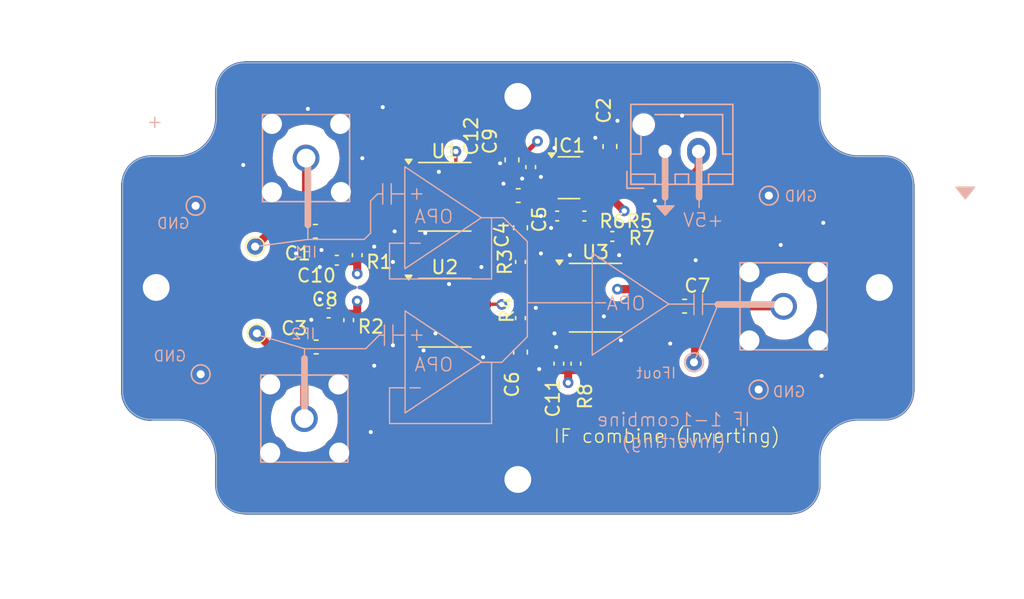
<source format=kicad_pcb>
(kicad_pcb (version 20240108) (generator "pcbnew") (generator_version "8.0")
  (layers (0 "F.Cu" signal) (1 "In1.Cu" signal) (2 "In2.Cu" signal) (31 "B.Cu" signal) (34 "B.Paste" user) (35 "F.Paste" user) (36 "B.SilkS" user "B.Silkscreen") (37 "F.SilkS" user "F.Silkscreen") (38 "B.Mask" user) (39 "F.Mask" user) (44 "Edge.Cuts" user))
  (net 0 "")
  (net 1 "Net-(U1-in+)")
  (net 2 "Net-(J1-Pin_1)")
  (net 3 "GND")
  (net 4 "/Vdd")
  (net 5 "Net-(J2-Pin_1)")
  (net 6 "Net-(U2-in+)")
  (net 7 "Net-(U1-Out)")
  (net 8 "Net-(C4-Pad2)")
  (net 9 "Net-(IC1-1IN+)")
  (net 10 "Net-(C6-Pad2)")
  (net 11 "Net-(U2-Out)")
  (net 12 "Net-(U3-Out)")
  (net 13 "Net-(J4-Pin_1)")
  (net 14 "/Vcm_IF")
  (net 15 "Net-(U3-in-)")
  (net 16 "Net-(U3-in+)")
  (footprint "Package_TO_SOT_SMD:SOT-23-5" (layer "F.Cu") (at 141.541 101.661)
    (property "Reference" "IC1" (at 0 -2.4 0) (layer "F.SilkS"))
    (property "Value" "MIC7300")
    (pad "1" smd roundrect (at -1.1375 -0.95) (size 1.325 0.6) (layers "F.Cu" "F.Paste" "F.Mask") (net 14 "/Vcm_IF"))
    (pad "2" smd roundrect (at -1.1375 0) (size 1.325 0.6) (layers "F.Cu" "F.Paste" "F.Mask") (net 3 "GND"))
    (pad "3" smd roundrect (at -1.1375 0.95) (size 1.325 0.6) (layers "F.Cu" "F.Paste" "F.Mask") (net 9 "Net-(IC1-1IN+)"))
    (pad "4" smd roundrect (at 1.1375 0.95) (size 1.325 0.6) (layers "F.Cu" "F.Paste" "F.Mask") (net 14 "/Vcm_IF"))
    (pad "5" smd roundrect (at 1.1375 -0.95) (size 1.325 0.6) (layers "F.Cu" "F.Paste" "F.Mask") (net 4 "/Vdd"))
  )
  (footprint "Capacitor_SMD:C_0402_1005Metric" (layer "F.Cu") (at 142.692 104.521)
    (property "Reference" "R5" (at 4.12 0.381 0) (layer "F.SilkS"))
    (property "Value" "33k")
    (pad "1" smd roundrect (at -0.48 0) (size 0.56 0.62) (layers "F.Cu" "F.Paste" "F.Mask") (net 9 "Net-(IC1-1IN+)"))
    (pad "2" smd roundrect (at 0.48 0) (size 0.56 0.62) (layers "F.Cu" "F.Paste" "F.Mask") (net 4 "/Vdd"))
  )
  (footprint "Capacitor_SMD:C_0402_1005Metric" (layer "F.Cu") (at 124.206 107.823 180)
    (property "Reference" "C10" (at 1.524 -1.143 180) (layer "F.SilkS"))
    (property "Value" "0.1uf")
    (pad "1" smd roundrect (at -0.48 0 180) (size 0.56 0.62) (layers "F.Cu" "F.Paste" "F.Mask") (net 14 "/Vcm_IF"))
    (pad "2" smd roundrect (at 0.48 0 180) (size 0.56 0.62) (layers "F.Cu" "F.Paste" "F.Mask") (net 3 "GND"))
  )
  (footprint "Capacitor_SMD:C_0402_1005Metric" (layer "F.Cu") (at 140.787 115.542 90)
    (property "Reference" "C11" (at -2.568 -0.452 -90) (layer "F.SilkS"))
    (property "Value" "0.1uf")
    (pad "1" smd roundrect (at -0.48 0 90) (size 0.56 0.62) (layers "F.Cu" "F.Paste" "F.Mask") (net 14 "/Vcm_IF"))
    (pad "2" smd roundrect (at 0.48 0 90) (size 0.56 0.62) (layers "F.Cu" "F.Paste" "F.Mask") (net 3 "GND"))
  )
  (footprint "Capacitor_SMD:C_0402_1005Metric" (layer "F.Cu") (at 137.922 112.141 -90)
    (property "Reference" "R4" (at -0.607 1.016 90) (layer "F.SilkS"))
    (property "Value" "1k")
    (pad "1" smd roundrect (at -0.48 0 270) (size 0.56 0.62) (layers "F.Cu" "F.Paste" "F.Mask") (net 15 "Net-(U3-in-)"))
    (pad "2" smd roundrect (at 0.48 0 270) (size 0.56 0.62) (layers "F.Cu" "F.Paste" "F.Mask") (net 10 "Net-(C6-Pad2)"))
  )
  (footprint "MUSIC_Lab:Outline_4x2_cavity_20231207" (layer "F.Cu") (at 137.207476 110.388084)
    (property "Reference" "outline2" (hide yes))
    (property "Value" "~" (hide yes))
    (fp_poly (pts (arc (start -21.986244 14.202216) (mid -21.371192 15.687144) (end -19.886244 16.302216)) (arc (start 20.914387 16.302216) (mid 22.399324 15.68717) (end 23.014387 14.202216)) (arc (start 23.014387 12.203216) (mid 23.863729 10.152283) (end 25.914387 9.302216)) (arc (start 27.915387 9.302216) (mid 29.39997 8.68711) (end 30.014387 7.202216)) (arc (start 30.014388 -8.197784) (mid 29.399949 -9.682638) (end 27.915388 -10.297784)) (arc (start 25.914388 -10.297784) (mid 23.863708 -11.147812) (end 23.014388 -13.198784)) (arc (start 23.014388 -15.197784) (mid 22.399302 -16.682699) (end 20.914387 -17.297784)) (arc (start -19.886244 -17.297784) (mid -21.371158 -16.682689) (end -21.986244 -15.197784)) (arc (start -21.986244 -13.198784) (mid -22.835563 -11.147802) (end -24.886244 -10.297784)) (arc (start -26.887013 -10.297784) (mid -28.335685 -9.718699) (end -28.986013 -8.300565)) (arc (start -28.986013 7.234397) (mid -28.360419 8.698421) (end -26.887244 9.302216)) (arc (start -24.886244 9.302216) (mid -22.835598 10.152257) (end -21.986244 12.203216))) (stroke (width 0.05)) (fill none) (layer "Edge.Cuts"))
    (pad "1" thru_hole circle (at -26.486013 -0.533084) (size 3 3) (drill 2) (layers "*.Cu" "*.Mask") (net 3 "GND"))
    (pad "1" thru_hole custom (at 0.514071 -14.799784) (size 2 2) (drill 2) (layers "*.Cu" "*.Mask") (net 3 "GND") (options (clearance outline) (anchor circle)) (primitives (gr_poly (pts (arc (start -2.42233 0.628074) (mid -2.955984 -0.183508) (end -3.874976 -0.498)) (xy -5.121028 -2.497999) (xy 5.178972 -2.497999) (arc (start 3.872467 -0.498) (mid 2.953456 -0.183533) (end 2.419822 0.628074)) (arc (start 2.419822 0.628074) (mid -0.001254 2.504864) (end -2.42233 0.628074))) (width 0.1) (fill yes)) (gr_arc (start 2.420292 0.62625) (mid 2.954234 -0.184066) (end 3.872467 -0.498) (width 0.25)) (gr_arc (start 2.420292 0.62625) (mid 0 2.499991) (end -2.420292 0.62625) (width 0.25)) (gr_arc (start -3.872466 -0.498) (mid -2.954197 -0.184112) (end -2.420291 0.62625) (width 0.25)) (gr_rect (start -20.400315 -2.498) (end 20.400291 -0.397974) (width 0.2) (fill yes)) (gr_poly (pts (arc (start 29.500317 6.602) (mid 28.885884 5.11714) (end 27.401317 4.502)) (arc (start 25.400317 4.502) (mid 23.349644 3.651966) (end 22.500317 1.601)) (arc (start 22.500317 -0.398) (mid 21.885238 -1.882922) (end 20.400316 -2.498)) (arc (start 19.000317 -0.498) (mid 20.060975 -0.058658) (end 20.500317 1.002)) (arc (start 20.500317 1.601) (mid 21.935308 5.066058) (end 25.399972 6.502)) (arc (start 26.000317 6.502) (mid 27.060975 6.941342) (end 27.500317 8.002))) (width 0.1) (fill yes)) (gr_poly (pts (arc (start -20.400315 -2.498) (mid -21.885175 -1.883567) (end -22.500315 -0.399)) (arc (start -22.500315 1.602) (mid -23.350349 3.652673) (end -25.401315 4.502)) (arc (start -27.400315 4.502) (mid -28.885237 5.117079) (end -29.500315 6.602001)) (arc (start -27.500315 8.002) (mid -27.060973 6.941342) (end -26.000315 6.502)) (arc (start -25.401315 6.502) (mid -21.936257 5.067009) (end -20.500315 1.602345)) (arc (start -20.500315 1.002) (mid -20.060973 -0.058658) (end -19.000315 -0.498))) (width 0.1) (fill yes)) (gr_arc (start 27.401317 4.502) (mid 28.885877 5.117142) (end 29.5003 6.602) (width 0.2)) (gr_arc (start 26.000317 6.502) (mid 27.060966 6.941346) (end 27.5003 8.002) (width 0.25)) (gr_arc (start 25.400317 4.502) (mid 23.349636 3.651969) (end 22.5003 1.601) (width 0.2)) (gr_arc (start 25.399972 6.502) (mid 21.9353 5.066061) (end 20.5003 1.601) (width 0.25)) (gr_arc (start 20.400316 -2.498) (mid 21.88523 -1.882919) (end 22.5003 -0.398) (width 0.2)) (gr_arc (start 19.000317 -0.498) (mid 20.060966 -0.058654) (end 20.5003 1.002) (width 0.25)) (gr_arc (start -20.500315 1.601) (mid -21.935325 5.066039) (end -25.39997 6.502) (width 0.25)) (gr_arc (start -20.500315 1.002) (mid -20.060991 -0.058676) (end -19.000315 -0.498) (width 0.25)) (gr_arc (start -22.500315 1.601) (mid -23.349661 3.651947) (end -25.400315 4.502) (width 0.2)) (gr_arc (start -22.500315 -0.398) (mid -21.885255 -1.88294) (end -20.400315 -2.498) (width 0.2)) (gr_arc (start -27.500084 8.002) (mid -27.060754 6.94133) (end -26.000084 6.502) (width 0.25)) (gr_arc (start -29.500084 6.499219) (mid -28.849768 5.081082) (end -27.401084 4.502) (width 0.2)) (gr_rect (start 27.401327 6.602) (end 29.500317 22.003011) (width 0.2) (fill yes)) (gr_poly (pts (arc (start 20.400316 31.102) (mid 21.885176 30.487567) (end 22.500316 29.003)) (arc (start 22.500316 27.002) (mid 23.35035 24.951327) (end 25.401316 24.102)) (arc (start 27.400316 24.102) (mid 28.885238 23.486921) (end 29.500316 22.001999)) (arc (start 27.500316 20.602) (mid 27.060974 21.662658) (end 26.000316 22.102)) (arc (start 25.401316 22.102) (mid 21.936258 23.536991) (end 20.500316 27.001655)) (arc (start 20.500316 27.602) (mid 20.060974 28.662658) (end 19.000316 29.102))) (width 0.1) (fill yes)) (gr_poly (pts (arc (start 26.374243 11.845624) (mid 27.185825 11.31197) (end 27.500317 10.392978)) (xy 29.500316 9.146926) (xy 29.500316 19.446926) (arc (start 27.500317 18.140421) (mid 27.18585 17.22141) (end 26.374243 16.687776)) (arc (start 26.374243 16.687776) (mid 24.497453 14.2667) (end 26.374243 11.845624))) (width 0.1) (fill yes)) (gr_arc (start 29.500316 22.002) (mid 28.885878 23.486853) (end 27.401316 24.101996) (width 0.2)) (gr_arc (start 27.500317 20.602) (mid 27.060968 21.66265) (end 26.000317 22.101997) (width 0.25)) (gr_arc (start 27.500317 10.392978) (mid 27.185833 11.311967) (end 26.374233 11.845584) (width 0.25)) (gr_arc (start 26.374243 16.687776) (mid 27.185802 17.221444) (end 27.500305 18.140421) (width 0.25)) (gr_arc (start 26.374243 16.687776) (mid 24.497451 14.2667) (end 26.374243 11.845624) (width 0.25)) (gr_arc (start 22.500316 29.002) (mid 21.885231 30.486914) (end 20.400316 31.101996) (width 0.2)) (gr_arc (start 22.500316 27.003) (mid 23.349637 24.952027) (end 25.400316 24.101996) (width 0.2)) (gr_arc (start 20.500316 27.602) (mid 20.060967 28.66265) (end 19.000316 29.101996) (width 0.25)) (gr_arc (start 20.500316 27.003) (mid 21.935301 23.537935) (end 25.399971 22.101996) (width 0.25)) (gr_rect (start -20.400083 29.002011) (end 20.400327 31.102) (width 0.2) (fill yes)) (gr_poly (pts (arc (start -29.500084 22.002) (mid -28.885651 23.48686) (end -27.401084 24.102)) (arc (start -25.400084 24.102) (mid -23.349411 24.952034) (end -22.500084 27.003)) (arc (start -22.500084 29.002) (mid -21.885005 30.486922) (end -20.400083 31.102)) (arc (start -19.000084 29.102) (mid -20.060742 28.662658) (end -20.500084 27.602)) (arc (start -20.500084 27.003) (mid -21.935075 23.537942) (end -25.399739 22.102)) (arc (start -26.000084 22.102) (mid -27.060742 21.662658) (end -27.500084 20.602))) (width 0.1) (fill yes)) (gr_poly (pts (arc (start 2.421814 27.975926) (mid 2.955468 28.787508) (end 3.87446 29.102)) (xy 5.120512 31.101999) (xy -5.179488 31.101999) (arc (start -3.872983 29.102) (mid -2.953972 28.787533) (end -2.420338 27.975926)) (arc (start -2.420338 27.975926) (mid 0.000738 26.099136) (end 2.421814 27.975926))) (width 0.1) (fill yes)) (gr_arc (start 3.872984 29.102) (mid 2.954435 28.787842) (end 2.420615 27.977) (width 0.25)) (gr_arc (start -2.420614 27.977) (mid 0.000001 26.101991) (end 2.420616 27.977) (width 0.25)) (gr_arc (start -2.420614 27.977) (mid -2.954428 28.787849) (end -3.872983 29.102001) (width 0.25)) (gr_arc (start -19.000315 29.102) (mid -20.06098 28.662665) (end -20.500315 27.602) (width 0.25)) (gr_arc (start -20.400315 31.102) (mid -21.885244 30.486929) (end -22.500315 29.002) (width 0.2)) (gr_arc (start -25.399971 22.102) (mid -21.935314 23.53795) (end -20.500315 27.003) (width 0.25)) (gr_arc (start -25.400315 24.102) (mid -23.34965 24.952042) (end -22.500315 27.003) (width 0.2)) (gr_arc (start -26.000084 22.102) (mid -27.060764 21.66268) (end -27.500084 20.602) (width 0.25)) (gr_arc (start -27.401315 24.102) (mid -28.874472 23.498206) (end -29.500084 22.034181) (width 0.25)) (gr_rect (start -29.500315 6.602001) (end -27.401269 22.002953) (width 0.2) (fill yes)) (gr_poly (pts (arc (start -26.37401 16.688513) (mid -27.185592 17.222167) (end -27.500084 18.141159)) (xy -29.500083 19.387211) (xy -29.500083 9.087211) (arc (start -27.500084 10.393716) (mid -27.185617 11.312727) (end -26.37401 11.846361)) (arc (start -26.37401 11.846361) (mid -24.49722 14.267437) (end -26.37401 16.688513))) (width 0.1) (fill yes)) (gr_arc (start -26.375084 11.846085) (mid -24.500135 14.2667) (end -26.375084 16.687315) (width 0.25)) (gr_arc (start -26.375084 11.846085) (mid -27.185936 11.312273) (end -27.500084 10.393716) (width 0.25)) (gr_arc (start -27.500084 18.139683) (mid -27.18594 17.221123) (end -26.375084 16.687313) (width 0.25)) (gr_line (start 29.500317 6.602) (end 29.500316 22.002) (width 0.25)) (gr_line (start 27.500317 18.140421) (end 27.500317 20.602) (width 0.25)) (gr_line (start 27.500317 8.002) (end 27.500317 10.392978) (width 0.25)) (gr_line (start 25.400317 4.502) (end 27.401317 4.502) (width 0.2)) (gr_line (start 25.400316 24.102) (end 27.401316 24.102) (width 0.2)) (gr_line (start 25.399972 6.502) (end 26.000317 6.502) (width 0.25)) (gr_line (start 25.399971 22.102) (end 26.000317 22.102) (width 0.25)) (gr_line (start 22.500317 -0.398) (end 22.500317 1.601) (width 0.2)) (gr_line (start 22.500316 29.002) (end 22.500316 27.003) (width 0.2)) (gr_line (start 20.500317 1.002) (end 20.500317 1.601) (width 0.25)) (gr_line (start 20.500316 27.602) (end 20.500316 27.003) (width 0.25)) (gr_line (start 20.400316 31.102) (end -20.400315 31.102) (width 0.25)) (gr_line (start 19.000316 29.102) (end 3.872984 29.102) (width 0.25)) (gr_line (start 3.872467 -0.498) (end 19.000317 -0.498) (width 0.25)) (gr_line (start -3.872983 29.102) (end -19.000315 29.102) (width 0.25)) (gr_line (start -19.000315 -0.498) (end -3.872466 -0.498) (width 0.25)) (gr_line (start -20.400315 -2.498) (end 20.400316 -2.498) (width 0.25)) (gr_line (start -20.400315 -2.498) (end 20.400316 -2.498) (width 0.2)) (gr_line (start -20.500315 27.602) (end -20.500315 27.003) (width 0.25)) (gr_line (start -20.500315 1.002) (end -20.500315 1.601) (width 0.25)) (gr_line (start -22.500315 29.002) (end -22.500315 27.003) (width 0.2)) (gr_line (start -22.500315 -0.398) (end -22.500315 1.601) (width 0.2)) (gr_line (start -25.39997 6.502) (end -26.000084 6.502) (width 0.25)) (gr_line (start -25.399971 22.102) (end -26.000084 22.102) (width 0.25)) (gr_line (start -25.400315 24.102) (end -27.401315 24.102) (width 0.2)) (gr_line (start -25.400315 4.502) (end -27.401084 4.502) (width 0.2)) (gr_line (start -27.500084 20.602) (end -27.500084 18.139683) (width 0.25)) (gr_line (start -27.500084 10.393716) (end -27.500084 8.002) (width 0.25)) (gr_line (start -29.500084 22.034181) (end -29.500084 6.499219) (width 0.25))))
    (pad "1" thru_hole circle (at 0.514071 13.802204) (size 3 3) (drill 2) (layers "*.Cu" "*.Mask") (net 3 "GND"))
    (pad "1" thru_hole circle (at 27.511524 -0.533084) (size 3 3) (drill 2) (layers "*.Cu" "*.Mask") (net 3 "GND"))
  )
  (footprint "Capacitor_SMD:C_0603_1608Metric" (layer "F.Cu") (at 137.922 105.397 -90)
    (property "Reference" "C4" (at 0.521 1.397 90) (layer "F.SilkS"))
    (property "Value" "4.7uf")
    (pad "1" smd roundrect (at -0.775 0 270) (size 0.9 0.95) (layers "F.Cu" "F.Paste" "F.Mask") (net 7 "Net-(U1-Out)"))
    (pad "2" smd roundrect (at 0.775 0 270) (size 0.9 0.95) (layers "F.Cu" "F.Paste" "F.Mask") (net 8 "Net-(C4-Pad2)"))
  )
  (footprint "Capacitor_SMD:C_0603_1608Metric" (layer "F.Cu") (at 150.172 111.252)
    (property "Reference" "C7" (at 0.958 -1.524 0) (layer "F.SilkS"))
    (property "Value" "4.7uf")
    (pad "1" smd roundrect (at -0.775 0) (size 0.9 0.95) (layers "F.Cu" "F.Paste" "F.Mask") (net 12 "Net-(U3-Out)"))
    (pad "2" smd roundrect (at 0.775 0) (size 0.9 0.95) (layers "F.Cu" "F.Paste" "F.Mask") (net 13 "Net-(J4-Pin_1)"))
  )
  (footprint "Capacitor_SMD:C_0603_1608Metric" (layer "F.Cu") (at 137.752 102.997 180)
    (property "Reference" "C5" (at -1.567 -1.778 -90) (layer "F.SilkS"))
    (property "Value" "1uf")
    (pad "1" smd roundrect (at -0.775 0 180) (size 0.9 0.95) (layers "F.Cu" "F.Paste" "F.Mask") (net 9 "Net-(IC1-1IN+)"))
    (pad "2" smd roundrect (at 0.775 0 180) (size 0.9 0.95) (layers "F.Cu" "F.Paste" "F.Mask") (net 3 "GND"))
  )
  (footprint "Capacitor_SMD:C_0402_1005Metric" (layer "F.Cu") (at 138.684 100.866 -90)
    (property "Reference" "C9" (at -1.933 3.048 90) (layer "F.SilkS"))
    (property "Value" "0.1uf")
    (pad "1" smd roundrect (at -0.48 0 270) (size 0.56 0.62) (layers "F.Cu" "F.Paste" "F.Mask") (net 14 "/Vcm_IF"))
    (pad "2" smd roundrect (at 0.48 0 270) (size 0.56 0.62) (layers "F.Cu" "F.Paste" "F.Mask") (net 3 "GND"))
  )
  (footprint "Capacitor_SMD:C_0603_1608Metric" (layer "F.Cu") (at 137.287 100.33 -90)
    (property "Reference" "C12" (at -1.778 3.048 90) (layer "F.SilkS"))
    (property "Value" "1uf")
    (pad "1" smd roundrect (at -0.775 0 270) (size 0.9 0.95) (layers "F.Cu" "F.Paste" "F.Mask") (net 14 "/Vcm_IF"))
    (pad "2" smd roundrect (at 0.775 0 270) (size 0.9 0.95) (layers "F.Cu" "F.Paste" "F.Mask") (net 3 "GND"))
  )
  (footprint "Capacitor_SMD:C_0603_1608Metric" (layer "F.Cu") (at 144.597 99.327 90)
    (property "Reference" "C2" (at 2.68 -0.452 -90) (layer "F.SilkS"))
    (property "Value" "4.7uf")
    (pad "1" smd roundrect (at -0.775 0 90) (size 0.9 0.95) (layers "F.Cu" "F.Paste" "F.Mask") (net 4 "/Vdd"))
    (pad "2" smd roundrect (at 0.775 0 90) (size 0.9 0.95) (layers "F.Cu" "F.Paste" "F.Mask") (net 3 "GND"))
  )
  (footprint "Package_SO:SOIC-8_3.9x4.9mm_P1.27mm" (layer "F.Cu") (at 132.269 103.085)
    (property "Reference" "U1" (at 0 -3.4 0) (layer "F.SilkS"))
    (property "Value" "~")
    (pad "1" smd roundrect (at -2.475 -1.905) (size 1.95 0.6) (layers "F.Cu" "F.Paste" "F.Mask"))
    (pad "2" smd roundrect (at -2.475 -0.635) (size 1.95 0.6) (layers "F.Cu" "F.Paste" "F.Mask") (net 7 "Net-(U1-Out)"))
    (pad "3" smd roundrect (at -2.475 0.635) (size 1.95 0.6) (layers "F.Cu" "F.Paste" "F.Mask") (net 1 "Net-(U1-in+)"))
    (pad "4" smd roundrect (at -2.475 1.905) (size 1.95 0.6) (layers "F.Cu" "F.Paste" "F.Mask") (net 3 "GND"))
    (pad "5" smd roundrect (at 2.475 1.905) (size 1.95 0.6) (layers "F.Cu" "F.Paste" "F.Mask"))
    (pad "6" smd roundrect (at 2.475 0.635) (size 1.95 0.6) (layers "F.Cu" "F.Paste" "F.Mask") (net 7 "Net-(U1-Out)"))
    (pad "7" smd roundrect (at 2.475 -0.635) (size 1.95 0.6) (layers "F.Cu" "F.Paste" "F.Mask") (net 4 "/Vdd"))
    (pad "8" smd roundrect (at 2.475 -1.905) (size 1.95 0.6) (layers "F.Cu" "F.Paste" "F.Mask"))
  )
  (footprint "Package_SO:SOIC-8_3.9x4.9mm_P1.27mm" (layer "F.Cu") (at 143.525 110.617)
    (property "Reference" "U3" (at 0 -3.4 0) (layer "F.SilkS"))
    (property "Value" "~")
    (pad "1" smd roundrect (at -2.475 -1.905) (size 1.95 0.6) (layers "F.Cu" "F.Paste" "F.Mask"))
    (pad "2" smd roundrect (at -2.475 -0.635) (size 1.95 0.6) (layers "F.Cu" "F.Paste" "F.Mask") (net 15 "Net-(U3-in-)"))
    (pad "3" smd roundrect (at -2.475 0.635) (size 1.95 0.6) (layers "F.Cu" "F.Paste" "F.Mask") (net 16 "Net-(U3-in+)"))
    (pad "4" smd roundrect (at -2.475 1.905) (size 1.95 0.6) (layers "F.Cu" "F.Paste" "F.Mask") (net 3 "GND"))
    (pad "5" smd roundrect (at 2.475 1.905) (size 1.95 0.6) (layers "F.Cu" "F.Paste" "F.Mask"))
    (pad "6" smd roundrect (at 2.475 0.635) (size 1.95 0.6) (layers "F.Cu" "F.Paste" "F.Mask") (net 12 "Net-(U3-Out)"))
    (pad "7" smd roundrect (at 2.475 -0.635) (size 1.95 0.6) (layers "F.Cu" "F.Paste" "F.Mask") (net 4 "/Vdd"))
    (pad "8" smd roundrect (at 2.475 -1.905) (size 1.95 0.6) (layers "F.Cu" "F.Paste" "F.Mask"))
  )
  (footprint "Capacitor_SMD:C_0603_1608Metric" (layer "F.Cu") (at 137.922 114.681 90)
    (property "Reference" "C6" (at -2.413 -0.635 270) (layer "F.SilkS"))
    (property "Value" "4.7uf")
    (pad "1" smd roundrect (at -0.775 0 90) (size 0.9 0.95) (layers "F.Cu" "F.Paste" "F.Mask") (net 11 "Net-(U2-Out)"))
    (pad "2" smd roundrect (at 0.775 0 90) (size 0.9 0.95) (layers "F.Cu" "F.Paste" "F.Mask") (net 10 "Net-(C6-Pad2)"))
  )
  (footprint "Package_SO:SOIC-8_3.9x4.9mm_P1.27mm" (layer "F.Cu") (at 132.269 111.74)
    (property "Reference" "U2" (at 0 -3.4 0) (layer "F.SilkS"))
    (property "Value" "~")
    (pad "1" smd roundrect (at -2.475 -1.905) (size 1.95 0.6) (layers "F.Cu" "F.Paste" "F.Mask"))
    (pad "2" smd roundrect (at -2.475 -0.635) (size 1.95 0.6) (layers "F.Cu" "F.Paste" "F.Mask") (net 11 "Net-(U2-Out)"))
    (pad "3" smd roundrect (at -2.475 0.635) (size 1.95 0.6) (layers "F.Cu" "F.Paste" "F.Mask") (net 6 "Net-(U2-in+)"))
    (pad "4" smd roundrect (at -2.475 1.905) (size 1.95 0.6) (layers "F.Cu" "F.Paste" "F.Mask") (net 3 "GND"))
    (pad "5" smd roundrect (at 2.475 1.905) (size 1.95 0.6) (layers "F.Cu" "F.Paste" "F.Mask"))
    (pad "6" smd roundrect (at 2.475 0.635) (size 1.95 0.6) (layers "F.Cu" "F.Paste" "F.Mask") (net 11 "Net-(U2-Out)"))
    (pad "7" smd roundrect (at 2.475 -0.635) (size 1.95 0.6) (layers "F.Cu" "F.Paste" "F.Mask") (net 4 "/Vdd"))
    (pad "8" smd roundrect (at 2.475 -1.905) (size 1.95 0.6) (layers "F.Cu" "F.Paste" "F.Mask"))
  )
  (footprint "MUSIC_Lab:TestPoint_Plated_Hole_D0.6mm" (layer "F.Cu") (at 118.237 113.284)
    (property "Reference" "TP2" (hide yes))
    (property "Value" "TestPoint")
    (pad "1" thru_hole circle (at 0 0) (size 1.2 1.2) (drill 0.6) (layers "*.Cu" "*.Mask") (net 5 "Net-(J2-Pin_1)"))
  )
  (footprint "Capacitor_SMD:C_0603_1608Metric" (layer "F.Cu") (at 122.61 105.664)
    (property "Reference" "C1" (at -1.325 1.651 0) (layer "F.SilkS"))
    (property "Value" "4.7uf")
    (pad "1" smd roundrect (at -0.775 0) (size 0.9 0.95) (layers "F.Cu" "F.Paste" "F.Mask") (net 2 "Net-(J1-Pin_1)"))
    (pad "2" smd roundrect (at 0.775 0) (size 0.9 0.95) (layers "F.Cu" "F.Paste" "F.Mask") (net 1 "Net-(U1-in+)"))
  )
  (footprint "Capacitor_SMD:C_0402_1005Metric" (layer "F.Cu") (at 142.057 115.542 -90)
    (property "Reference" "R8" (at 2.441 -0.691 90) (layer "F.SilkS"))
    (property "Value" "330")
    (pad "1" smd roundrect (at -0.48 0 270) (size 0.56 0.62) (layers "F.Cu" "F.Paste" "F.Mask") (net 16 "Net-(U3-in+)"))
    (pad "2" smd roundrect (at 0.48 0 270) (size 0.56 0.62) (layers "F.Cu" "F.Paste" "F.Mask") (net 14 "/Vcm_IF"))
  )
  (footprint "Capacitor_SMD:C_0402_1005Metric" (layer "F.Cu") (at 125.73 107.442 90)
    (property "Reference" "R1" (at -0.508 1.651 0) (layer "F.SilkS"))
    (property "Value" "1k")
    (pad "1" smd roundrect (at -0.48 0 90) (size 0.56 0.62) (layers "F.Cu" "F.Paste" "F.Mask") (net 14 "/Vcm_IF"))
    (pad "2" smd roundrect (at 0.48 0 90) (size 0.56 0.62) (layers "F.Cu" "F.Paste" "F.Mask") (net 1 "Net-(U1-in+)"))
  )
  (footprint "Capacitor_SMD:C_0402_1005Metric" (layer "F.Cu") (at 144.78 106.045 180)
    (property "Reference" "R7" (at -2.187 -0.127 180) (layer "F.SilkS"))
    (property "Value" "1k")
    (pad "1" smd roundrect (at -0.48 0 180) (size 0.56 0.62) (layers "F.Cu" "F.Paste" "F.Mask") (net 12 "Net-(U3-Out)"))
    (pad "2" smd roundrect (at 0.48 0 180) (size 0.56 0.62) (layers "F.Cu" "F.Paste" "F.Mask") (net 15 "Net-(U3-in-)"))
  )
  (footprint "Capacitor_SMD:C_0402_1005Metric" (layer "F.Cu") (at 137.922 107.95 90)
    (property "Reference" "R3" (at 0 -1.16 -90) (layer "F.SilkS"))
    (property "Value" "1k")
    (pad "1" smd roundrect (at -0.48 0 90) (size 0.56 0.62) (layers "F.Cu" "F.Paste" "F.Mask") (net 15 "Net-(U3-in-)"))
    (pad "2" smd roundrect (at 0.48 0 90) (size 0.56 0.62) (layers "F.Cu" "F.Paste" "F.Mask") (net 8 "Net-(C4-Pad2)"))
  )
  (footprint "Capacitor_SMD:C_0603_1608Metric" (layer "F.Cu") (at 122.669 114.3)
    (property "Reference" "C3" (at -1.638 -1.397 0) (layer "F.SilkS"))
    (property "Value" "4.7uf")
    (pad "1" smd roundrect (at -0.775 0) (size 0.9 0.95) (layers "F.Cu" "F.Paste" "F.Mask") (net 5 "Net-(J2-Pin_1)"))
    (pad "2" smd roundrect (at 0.775 0) (size 0.9 0.95) (layers "F.Cu" "F.Paste" "F.Mask") (net 6 "Net-(U2-in+)"))
  )
  (footprint "Capacitor_SMD:C_0402_1005Metric" (layer "F.Cu") (at 140.66 104.521)
    (property "Reference" "R6" (at 4.12 0.381 0) (layer "F.SilkS"))
    (property "Value" "33k")
    (pad "1" smd roundrect (at -0.48 0) (size 0.56 0.62) (layers "F.Cu" "F.Paste" "F.Mask") (net 3 "GND"))
    (pad "2" smd roundrect (at 0.48 0) (size 0.56 0.62) (layers "F.Cu" "F.Paste" "F.Mask") (net 9 "Net-(IC1-1IN+)"))
  )
  (footprint "Capacitor_SMD:C_0402_1005Metric" (layer "F.Cu") (at 125.095 112.296 -90)
    (property "Reference" "R2" (at 0.48 -1.651 180) (layer "F.SilkS"))
    (property "Value" "1k")
    (pad "1" smd roundrect (at -0.48 0 270) (size 0.56 0.62) (layers "F.Cu" "F.Paste" "F.Mask") (net 14 "/Vcm_IF"))
    (pad "2" smd roundrect (at 0.48 0 270) (size 0.56 0.62) (layers "F.Cu" "F.Paste" "F.Mask") (net 6 "Net-(U2-in+)"))
  )
  (footprint "MUSIC_Lab:TestPoint_Plated_Hole_D0.6mm" (layer "F.Cu") (at 118.11 106.807)
    (property "Reference" "TP1" (hide yes))
    (property "Value" "TestPoint")
    (pad "1" thru_hole circle (at 0 0) (size 1.2 1.2) (drill 0.6) (layers "*.Cu" "*.Mask") (net 2 "Net-(J1-Pin_1)"))
  )
  (footprint "Capacitor_SMD:C_0402_1005Metric" (layer "F.Cu") (at 123.599 111.76 180)
    (property "Reference" "C8" (at 0.282 1.016 180) (layer "F.SilkS"))
    (property "Value" "0.1uf")
    (pad "1" smd roundrect (at -0.48 0 180) (size 0.56 0.62) (layers "F.Cu" "F.Paste" "F.Mask") (net 14 "/Vcm_IF"))
    (pad "2" smd roundrect (at 0.48 0 180) (size 0.56 0.62) (layers "F.Cu" "F.Paste" "F.Mask") (net 3 "GND"))
  )
  (footprint "MUSIC_Lab:TestPoint_Plated_Hole_D0.6mm" (layer "B.Cu") (at 156.464 102.997 180)
    (property "Reference" "TP7" (hide yes))
    (property "Value" "TestPoint")
    (pad "1" thru_hole circle (at 0 0 180) (size 1.2 1.2) (drill 0.6) (layers "*.Cu" "*.Mask") (net 3 "GND"))
  )
  (footprint "MUSIC_Lab:SMA_KHD_Back" (layer "B.Cu") (at 121.783 119.644 180)
    (property "Reference" "J2" (hide yes))
    (property "Value" "Conn_01x02_Pin")
    (pad "1" thru_hole circle (at 0 0 180) (size 2 2) (drill 1.4) (layers "*.Cu" "*.Mask") (net 5 "Net-(J2-Pin_1)"))
    (pad "2" thru_hole circle (at -2.6 -2.54 180) (size 2.4 2.4) (drill 1.5) (layers "*.Cu" "*.Mask") (net 3 "GND"))
    (pad "2" thru_hole circle (at -2.55 2.55 180) (size 2.6 2.6) (drill 1.5) (layers "*.Cu" "*.Mask") (net 3 "GND"))
    (pad "2" thru_hole circle (at 2.55 -2.55 180) (size 2.6 2.6) (drill 1.5) (layers "*.Cu" "*.Mask") (net 3 "GND"))
    (pad "2" thru_hole circle (at 2.55 2.55 180) (size 2.6 2.6) (drill 1.5) (layers "*.Cu" "*.Mask") (net 3 "GND"))
    (zone (net 0) (net_name "") (layers "*.Cu") (connect_pads (clearance 0)) (min_thickness 0.25)
      (keepout (tracks allowed) (vias allowed) (pads allowed) (copperpour not_allowed) (footprints allowed))
      (fill (thermal_gap 0.5) (thermal_bridge_width 0.5))
      (polygon (pts (xy 119.283 119.644) (xy 119.302713 119.330667) (xy 119.361542 119.022275) (xy 119.458559 118.723689) (xy 119.592233 118.439616) (xy 119.760458 118.174537) (xy 119.960578 117.932632) (xy 120.18944 117.717717) (xy 120.443433 117.53318) (xy 120.718552 117.381932) (xy 121.010458 117.266359) (xy 121.314547 117.188282) (xy 121.626024 117.148933) (xy 121.939976 117.148933) (xy 122.251453 117.188282) (xy 122.555542 117.266359) (xy 122.847448 117.381932) (xy 123.122567 117.53318) (xy 123.37656 117.717717) (xy 123.605422 117.932632) (xy 123.805542 118.174537) (xy 123.973767 118.439616) (xy 124.107441 118.723689) (xy 124.204458 119.022275) (xy 124.263287 119.330667) (xy 124.283 119.644) (xy 124.263287 119.957333) (xy 124.204458 120.265725) (xy 124.107441 120.564311) (xy 123.973767 120.848384) (xy 123.805542 121.113463) (xy 123.605422 121.355368) (xy 123.37656 121.570283) (xy 123.122567 121.75482) (xy 122.847448 121.906068) (xy 122.555542 122.021641) (xy 122.251453 122.099718) (xy 121.939976 122.139067) (xy 121.626024 122.139067) (xy 121.314547 122.099718) (xy 121.010458 122.021641) (xy 120.718552 121.906068) (xy 120.443433 121.75482) (xy 120.18944 121.570283) (xy 119.960578 121.355368) (xy 119.760458 121.113463) (xy 119.592233 120.848384) (xy 119.458559 120.564311) (xy 119.361542 120.265725) (xy 119.302713 119.957333)))
    )
  )
  (footprint "MUSIC_Lab:TestPoint_Plated_Hole_D0.6mm" (layer "B.Cu") (at 155.702 117.475 180)
    (property "Reference" "TP4" (hide yes))
    (property "Value" "TestPoint")
    (pad "1" thru_hole circle (at 0 0 180) (size 1.2 1.2) (drill 0.6) (layers "*.Cu" "*.Mask") (net 3 "GND"))
  )
  (footprint "MUSIC_Lab:SMA_KHD_Back" (layer "B.Cu") (at 121.91 100.193 180)
    (property "Reference" "J1" (hide yes))
    (property "Value" "Conn_01x02_Pin")
    (pad "1" thru_hole circle (at 0 0 180) (size 2 2) (drill 1.4) (layers "*.Cu" "*.Mask") (net 2 "Net-(J1-Pin_1)"))
    (pad "2" thru_hole circle (at -2.6 -2.54 180) (size 2.4 2.4) (drill 1.5) (layers "*.Cu" "*.Mask") (net 3 "GND"))
    (pad "2" thru_hole circle (at -2.55 2.55 180) (size 2.6 2.6) (drill 1.5) (layers "*.Cu" "*.Mask") (net 3 "GND"))
    (pad "2" thru_hole circle (at 2.55 -2.55 180) (size 2.6 2.6) (drill 1.5) (layers "*.Cu" "*.Mask") (net 3 "GND"))
    (pad "2" thru_hole circle (at 2.55 2.55 180) (size 2.6 2.6) (drill 1.5) (layers "*.Cu" "*.Mask") (net 3 "GND"))
    (zone (net 0) (net_name "") (layers "*.Cu") (connect_pads (clearance 0)) (min_thickness 0.25)
      (keepout (tracks allowed) (vias allowed) (pads allowed) (copperpour not_allowed) (footprints allowed))
      (fill (thermal_gap 0.5) (thermal_bridge_width 0.5))
      (polygon (pts (xy 119.41 100.193) (xy 119.429713 99.879667) (xy 119.488542 99.571275) (xy 119.585559 99.272689) (xy 119.719233 98.988616) (xy 119.887458 98.723537) (xy 120.087578 98.481632) (xy 120.31644 98.266717) (xy 120.570433 98.08218) (xy 120.845552 97.930932) (xy 121.137458 97.815359) (xy 121.441547 97.737282) (xy 121.753024 97.697933) (xy 122.066976 97.697933) (xy 122.378453 97.737282) (xy 122.682542 97.815359) (xy 122.974448 97.930932) (xy 123.249567 98.08218) (xy 123.50356 98.266717) (xy 123.732422 98.481632) (xy 123.932542 98.723537) (xy 124.100767 98.988616) (xy 124.234441 99.272689) (xy 124.331458 99.571275) (xy 124.390287 99.879667) (xy 124.41 100.193) (xy 124.390287 100.506333) (xy 124.331458 100.814725) (xy 124.234441 101.113311) (xy 124.100767 101.397384) (xy 123.932542 101.662463) (xy 123.732422 101.904368) (xy 123.50356 102.119283) (xy 123.249567 102.30382) (xy 122.974448 102.455068) (xy 122.682542 102.570641) (xy 122.378453 102.648718) (xy 122.066976 102.688067) (xy 121.753024 102.688067) (xy 121.441547 102.648718) (xy 121.137458 102.570641) (xy 120.845552 102.455068) (xy 120.570433 102.30382) (xy 120.31644 102.119283) (xy 120.087578 101.904368) (xy 119.887458 101.662463) (xy 119.719233 101.397384) (xy 119.585559 101.113311) (xy 119.488542 100.814725) (xy 119.429713 100.506333)))
    )
  )
  (footprint "MUSIC_Lab:TestPoint_Plated_Hole_D0.6mm" (layer "B.Cu") (at 150.876 115.443 180)
    (property "Reference" "TP3" (hide yes))
    (property "Value" "TestPoint")
    (pad "1" thru_hole circle (at 0 0 180) (size 1.2 1.2) (drill 0.6) (layers "*.Cu" "*.Mask") (net 13 "Net-(J4-Pin_1)"))
  )
  (footprint "Connector_JST:JST_XH_B2B-XH-AM_1x02_P2.50mm_Vertical" (layer "B.Cu") (at 148.717 99.695)
    (property "Reference" "J3" (hide yes))
    (property "Value" "Conn_01x02_Pin")
    (pad "" np_thru_hole circle (at -1.6 -2) (size 1.2 1.2) (drill 1.2) (layers "*.Cu" "*.Mask"))
    (pad "1" thru_hole roundrect (at 0 0) (size 1.7 2) (drill 1) (layers "*.Cu" "*.Mask") (roundrect_rratio 0.147059) (net 3 "GND"))
    (pad "2" thru_hole oval (at 2.5 0) (size 1.7 2) (drill 1) (layers "*.Cu" "*.Mask") (net 4 "/Vdd"))
  )
  (footprint "MUSIC_Lab:TestPoint_Plated_Hole_D0.6mm" (layer "B.Cu") (at 114.046 116.332 180)
    (property "Reference" "TP6" (hide yes))
    (property "Value" "TestPoint")
    (pad "1" thru_hole circle (at 0 0 180) (size 1.2 1.2) (drill 0.6) (layers "*.Cu" "*.Mask") (net 3 "GND"))
  )
  (footprint "MUSIC_Lab:SMA_KHD_Back" (layer "B.Cu") (at 157.561 111.262 180)
    (property "Reference" "J4" (hide yes))
    (property "Value" "Conn_01x02_Pin")
    (pad "1" thru_hole circle (at 0 0 180) (size 2 2) (drill 1.4) (layers "*.Cu" "*.Mask") (net 13 "Net-(J4-Pin_1)"))
    (pad "2" thru_hole circle (at -2.6 -2.54 180) (size 2.4 2.4) (drill 1.5) (layers "*.Cu" "*.Mask") (net 3 "GND"))
    (pad "2" thru_hole circle (at -2.55 2.55 180) (size 2.6 2.6) (drill 1.5) (layers "*.Cu" "*.Mask") (net 3 "GND"))
    (pad "2" thru_hole circle (at 2.55 -2.55 180) (size 2.6 2.6) (drill 1.5) (layers "*.Cu" "*.Mask") (net 3 "GND"))
    (pad "2" thru_hole circle (at 2.55 2.55 180) (size 2.6 2.6) (drill 1.5) (layers "*.Cu" "*.Mask") (net 3 "GND"))
    (zone (net 0) (net_name "") (layers "*.Cu") (connect_pads (clearance 0)) (min_thickness 0.25)
      (keepout (tracks allowed) (vias allowed) (pads allowed) (copperpour not_allowed) (footprints allowed))
      (fill (thermal_gap 0.5) (thermal_bridge_width 0.5))
      (polygon (pts (xy 155.061 111.262) (xy 155.080713 110.948667) (xy 155.139542 110.640275) (xy 155.236559 110.341689) (xy 155.370233 110.057616) (xy 155.538458 109.792537) (xy 155.738578 109.550632) (xy 155.96744 109.335717) (xy 156.221433 109.15118) (xy 156.496552 108.999932) (xy 156.788458 108.884359) (xy 157.092547 108.806282) (xy 157.404024 108.766933) (xy 157.717976 108.766933) (xy 158.029453 108.806282) (xy 158.333542 108.884359) (xy 158.625448 108.999932) (xy 158.900567 109.15118) (xy 159.15456 109.335717) (xy 159.383422 109.550632) (xy 159.583542 109.792537) (xy 159.751767 110.057616) (xy 159.885441 110.341689) (xy 159.982458 110.640275) (xy 160.041287 110.948667) (xy 160.061 111.262) (xy 160.041287 111.575333) (xy 159.982458 111.883725) (xy 159.885441 112.182311) (xy 159.751767 112.466384) (xy 159.583542 112.731463) (xy 159.383422 112.973368) (xy 159.15456 113.188283) (xy 158.900567 113.37282) (xy 158.625448 113.524068) (xy 158.333542 113.639641) (xy 158.029453 113.717718) (xy 157.717976 113.757067) (xy 157.404024 113.757067) (xy 157.092547 113.717718) (xy 156.788458 113.639641) (xy 156.496552 113.524068) (xy 156.221433 113.37282) (xy 155.96744 113.188283) (xy 155.738578 112.973368) (xy 155.538458 112.731463) (xy 155.370233 112.466384) (xy 155.236559 112.182311) (xy 155.139542 111.883725) (xy 155.080713 111.575333)))
    )
  )
  (footprint "MUSIC_Lab:TestPoint_Plated_Hole_D0.6mm" (layer "B.Cu") (at 113.665 103.759 180)
    (property "Reference" "TP5" (hide yes))
    (property "Value" "TestPoint")
    (pad "1" thru_hole circle (at 0 0 180) (size 1.2 1.2) (drill 0.6) (layers "*.Cu" "*.Mask") (net 3 "GND"))
  )
  (gr_line (start 122.047 106.26725) (end 122.047 104.10825) (stroke (width 0.1)) (layer "B.SilkS"))
  (gr_line (start 130.175 113.03) (end 130.175 113.792) (stroke (width 0.1)) (layer "B.SilkS"))
  (gr_line (start 148.717 102.362) (end 148.717 103.886) (stroke (width 0.1)) (layer "B.SilkS"))
  (gr_line (start 127.254 102.87) (end 126.742705 103.381295) (stroke (width 0.1)) (layer "B.SilkS"))
  (gr_line (start 150.876 110.363) (end 150.876 111.887) (stroke (width 0.1)) (layer "B.SilkS"))
  (gr_poly (pts (xy 143.275538 114.905692) (xy 143.275538 107.285692) (xy 148.990538 111.095692)) (stroke (width 0.1)) (fill none) (layer "B.SilkS"))
  (gr_line (start 121.793 114.427) (end 118.364 113.411) (stroke (width 0.1)) (layer "B.SilkS"))
  (gr_line (start 126.727938 105.791) (end 126.727938 103.378) (stroke (width 0.1)) (layer "B.SilkS"))
  (gr_line (start 128.397 113.411) (end 129.286 113.411) (stroke (width 0.1)) (layer "B.SilkS"))
  (gr_line (start 127.762 112.649) (end 127.762 114.173) (stroke (width 0.1)) (layer "B.SilkS"))
  (gr_line (start 128.143 106.553) (end 128.143 109.22) (stroke (width 0.1)) (layer "B.SilkS"))
  (gr_line (start 110.617 97.155) (end 110.617 97.917) (stroke (width 0.1)) (layer "B.SilkS"))
  (gr_line (start 128.143 109.22) (end 135.763 109.22) (stroke (width 0.1)) (layer "B.SilkS"))
  (gr_line (start 152.5905 111.3155) (end 150.876 115.443) (stroke (width 0.1)) (layer "B.SilkS"))
  (gr_line (start 130.175 102.489) (end 130.175 103.251) (stroke (width 0.1)) (layer "B.SilkS"))
  (gr_line (start 135.763 120.015) (end 135.763 115.443) (stroke (width 0.1)) (layer "B.SilkS"))
  (gr_line (start 122.047 100.33) (end 122.047 105.18775) (stroke (width 0.5)) (layer "B.SilkS"))
  (gr_poly (pts (xy 129.286 108.458) (xy 129.286 100.838) (xy 135.001 104.648)) (stroke (width 0.1)) (fill none) (layer "B.SilkS"))
  (gr_line (start 144.272 110.998) (end 143.51 110.998) (stroke (width 0.1)) (layer "B.SilkS"))
  (gr_line (start 157.51175 111.125) (end 152.654 111.125) (stroke (width 0.5)) (layer "B.SilkS"))
  (gr_line (start 148.717 99.695) (end 148.717 103.124) (stroke (width 0.5)) (layer "B.SilkS"))
  (gr_line (start 130.429 106.553) (end 129.667 106.553) (stroke (width 0.1)) (layer "B.SilkS"))
  (gr_poly (pts (xy 171.831 102.362) (xy 170.434 102.362) (xy 171.1325 103.251)) (stroke (width 0.1)) (fill solid) (layer "B.SilkS"))
  (gr_line (start 122.047 106.26725) (end 118.11 106.807) (stroke (width 0.1)) (layer "B.SilkS"))
  (gr_line (start 128.143 117.348) (end 128.143 120.015) (stroke (width 0.1)) (layer "B.SilkS"))
  (gr_line (start 126.365 114.427) (end 121.793 114.427) (stroke (width 0.1)) (layer "B.SilkS"))
  (gr_line (start 127.635 102.87) (end 127.254 102.87) (stroke (width 0.1)) (layer "B.SilkS"))
  (gr_line (start 129.286 117.348) (end 128.143 117.348) (stroke (width 0.1)) (layer "B.SilkS"))
  (gr_line (start 126.234668 106.28427) (end 126.727938 105.791) (stroke (width 0.1)) (layer "B.SilkS"))
  (gr_line (start 151.257 102.362) (end 151.257 103.886) (stroke (width 0.1)) (layer "B.SilkS"))
  (gr_poly (pts (xy 149.379215 103.759) (xy 148.082 103.759) (xy 148.726618 104.467118)) (stroke (width 0.1)) (fill solid) (layer "B.SilkS"))
  (gr_line (start 128.27 102.87) (end 129.286 102.87) (stroke (width 0.1)) (layer "B.SilkS"))
  (gr_line (start 128.27 102.108) (end 128.27 103.632) (stroke (width 0.1)) (layer "B.SilkS"))
  (gr_line (start 122.047 106.26725) (end 126.238 106.26725) (stroke (width 0.1)) (layer "B.SilkS"))
  (gr_line (start 130.429 117.348) (end 129.667 117.348) (stroke (width 0.1)) (layer "B.SilkS"))
  (gr_line (start 127.381 113.411) (end 126.365 114.427) (stroke (width 0.1)) (layer "B.SilkS"))
  (gr_line (start 121.793 115.15725) (end 121.793 120.015) (stroke (width 0.5)) (layer "B.SilkS"))
  (gr_line (start 121.793 114.427) (end 121.793 119.634) (stroke (width 0.1)) (layer "B.SilkS"))
  (gr_line (start 129.286 106.553) (end 128.143 106.553) (stroke (width 0.1)) (layer "B.SilkS"))
  (gr_line (start 136.525 115.443) (end 135.020538 115.443) (stroke (width 0.1)) (layer "B.SilkS"))
  (gr_line (start 136.525 115.443) (end 138.43 113.538) (stroke (width 0.1)) (layer "B.SilkS"))
  (gr_line (start 143.256 110.998) (end 138.43 110.998) (stroke (width 0.1)) (layer "B.SilkS"))
  (gr_line (start 135.001 104.648) (end 136.652 104.648) (stroke (width 0.1)) (layer "B.SilkS"))
  (gr_line (start 151.257 99.695) (end 151.257 103.124) (stroke (width 0.5)) (layer "B.SilkS"))
  (gr_line (start 128.397 112.649) (end 128.397 114.173) (stroke (width 0.1)) (layer "B.SilkS"))
  (gr_poly (pts (xy 129.305538 119.223692) (xy 129.305538 111.603692) (xy 135.020538 115.413692)) (stroke (width 0.1)) (fill none) (layer "B.SilkS"))
  (gr_line (start 138.43 106.426) (end 138.43 113.538) (stroke (width 0.1)) (layer "B.SilkS"))
  (gr_line (start 130.556 113.411) (end 129.794 113.411) (stroke (width 0.1)) (layer "B.SilkS"))
  (gr_line (start 136.652 104.648) (end 138.43 106.426) (stroke (width 0.1)) (layer "B.SilkS"))
  (gr_line (start 150.8125 111.095692) (end 148.971 111.095692) (stroke (width 0.1)) (layer "B.SilkS"))
  (gr_line (start 130.556 102.87) (end 129.794 102.87) (stroke (width 0.1)) (layer "B.SilkS"))
  (gr_line (start 135.763 109.22) (end 135.763 104.648) (stroke (width 0.1)) (layer "B.SilkS"))
  (gr_line (start 151.511 110.363) (end 151.511 111.887) (stroke (width 0.1)) (layer "B.SilkS"))
  (gr_line (start 128.143 120.015) (end 135.763 120.015) (stroke (width 0.1)) (layer "B.SilkS"))
  (gr_line (start 127.762 113.411) (end 127.381 113.411) (stroke (width 0.1)) (layer "B.SilkS"))
  (gr_line (start 127.635 102.108) (end 127.635 103.632) (stroke (width 0.1)) (layer "B.SilkS"))
  (gr_line (start 110.998 97.536) (end 110.236 97.536) (stroke (width 0.1)) (layer "B.SilkS"))
  (gr_line (start 151.511 111.095692) (end 157.48 111.095692) (stroke (width 0.1)) (layer "B.SilkS"))
  (gr_text "+5V" (at 153.162 105.41 0) (layer "B.SilkS") (effects (font (size 1 1) (thickness 0.1)) (justify left bottom mirror)))
  (gr_text "GND" (at 113.03 115.443 0) (layer "B.SilkS") (effects (font (size 0.8 0.8) (thickness 0.1)) (justify left bottom mirror)))
  (gr_text "IF2" (at 122.682 113.792 0) (layer "B.SilkS") (effects (font (size 0.8 0.8) (thickness 0.1)) (justify left bottom mirror)))
  (gr_text "IF 1-1combine\n(Inverting)" (at 149.352 121.92 0) (layer "B.SilkS") (effects (font (size 1 1) (thickness 0.1)) (justify bottom mirror)))
  (gr_text "GND" (at 160.147 103.505 0) (layer "B.SilkS") (effects (font (size 0.8 0.8) (thickness 0.1)) (justify left bottom mirror)))
  (gr_text "IFout" (at 149.606 116.713 0) (layer "B.SilkS") (effects (font (size 0.8 0.8) (thickness 0.1)) (justify left bottom mirror)))
  (gr_text "GND" (at 159.258 118.11 0) (layer "B.SilkS") (effects (font (size 0.8 0.8) (thickness 0.1)) (justify left bottom mirror)))
  (gr_text "OPA" (at 132.969 116.205 0) (layer "B.SilkS") (effects (font (size 1 1) (thickness 0.1)) (justify left bottom mirror)))
  (gr_text "OPA" (at 147.32 111.633 0) (layer "B.SilkS") (effects (font (size 1 1) (thickness 0.1)) (justify left bottom mirror)))
  (gr_text "OPA" (at 132.969 105.156 0) (layer "B.SilkS") (effects (font (size 1 1) (thickness 0.1)) (justify left bottom mirror)))
  (gr_text "GND" (at 113.284 105.537 0) (layer "B.SilkS") (effects (font (size 0.8 0.8) (thickness 0.1)) (justify left bottom mirror)))
  (gr_text "IF1" (at 122.809 107.696 0) (layer "B.SilkS") (effects (font (size 0.8 0.8) (thickness 0.1)) (justify left bottom mirror)))
  (gr_text "IF combine (Inverting)" (at 140.335 121.539 0) (layer "F.SilkS") (effects (font (size 1 1) (thickness 0.1)) (justify left bottom)))
  (segment (start 125.857 105.664) (end 125.095 105.664) (width 0.6) (layer "F.Cu") (net 1))
  (segment (start 125.095 105.664) (end 126.925803 105.664) (width 0.6) (layer "F.Cu") (net 1))
  (segment (start 123.385 105.664) (end 125.095 105.664) (width 0.6) (layer "F.Cu") (net 1))
  (segment (start 126.925803 105.664) (end 128.869803 103.72) (width 0.6) (layer "F.Cu") (net 1))
  (segment (start 128.869803 103.72) (end 129.794 103.72) (width 0.6) (layer "F.Cu") (net 1))
  (segment (start 125.73 106.962) (end 125.73 105.791) (width 0.6) (layer "F.Cu") (net 1))
  (segment (start 125.73 105.791) (end 125.857 105.664) (width 0.6) (layer "F.Cu") (net 1))
  (segment (start 121.835 105.664) (end 119.253 105.664) (width 0.6) (layer "F.Cu") (net 2))
  (segment (start 119.253 105.664) (end 118.11 106.807) (width 0.6) (layer "F.Cu") (net 2))
  (segment (start 121.91 105.589) (end 121.835 105.664) (width 0.6) (layer "F.Cu") (net 2))
  (segment (start 121.91 100.193) (end 121.91 105.589) (width 0.6) (layer "F.Cu") (net 2))
  (via (at 130.683 114.554) (size 0.5) (drill 0.3) (layers "F.Cu" "B.Cu") (net 3))
  (via (at 145.161 97.409) (size 0.5) (drill 0.3) (layers "F.Cu" "B.Cu") (net 3))
  (via (at 139.446 107.315) (size 0.5) (drill 0.3) (layers "F.Cu" "B.Cu") (net 3))
  (via (at 122.047 96.52) (size 0.5) (drill 0.3) (layers "F.Cu" "B.Cu") (net 3))
  (via (at 149.987 97.028) (size 0.5) (drill 0.3) (layers "F.Cu" "B.Cu") (net 3))
  (via (at 136.652 102.108) (size 0.5) (drill 0.3) (layers "F.Cu" "B.Cu") (net 3))
  (via (at 149.098 114.046) (size 0.5) (drill 0.3) (layers "F.Cu" "B.Cu") (net 3))
  (via (at 145.415 113.792) (size 0.5) (drill 0.3) (layers "F.Cu" "B.Cu") (net 3))
  (via (at 127.635 96.393) (size 0.5) (drill 0.3) (layers "F.Cu" "B.Cu") (net 3))
  (via (at 139.446 101.6) (size 0.5) (drill 0.3) (layers "F.Cu" "B.Cu") (net 3))
  (via (at 135.001 108.331) (size 0.5) (drill 0.3) (layers "F.Cu" "B.Cu") (net 3))
  (via (at 147.955 103.378) (size 0.5) (drill 0.3) (layers "F.Cu" "B.Cu") (net 3))
  (via (at 140.462 99.441) (size 0.5) (drill 0.3) (layers "F.Cu" "B.Cu") (net 3))
  (via (at 144.145 112.014) (size 0.5) (drill 0.3) (layers "F.Cu" "B.Cu") (net 3))
  (via (at 127 115.697) (size 0.5) (drill 0.3) (layers "F.Cu" "B.Cu") (net 3))
  (via (at 127 106.807) (size 0.5) (drill 0.3) (layers "F.Cu" "B.Cu") (net 3))
  (via (at 140.462 113.284) (size 0.5) (drill 0.3) (layers "F.Cu" "B.Cu") (net 3))
  (via (at 136.398 100.584) (size 0.5) (drill 0.3) (layers "F.Cu" "B.Cu") (net 3))
  (via (at 139.446 104.521) (size 0.5) (drill 0.3) (layers "F.Cu" "B.Cu") (net 3))
  (via (at 130.81 105.791) (size 0.5) (drill 0.3) (layers "F.Cu" "B.Cu") (net 3))
  (via (at 126.746 120.65) (size 0.5) (drill 0.3) (layers "F.Cu" "B.Cu") (net 3))
  (via (at 143.51 98.679) (size 0.5) (drill 0.3) (layers "F.Cu" "B.Cu") (net 3))
  (via (at 123.063 107.061) (size 0.5) (drill 0.3) (layers "F.Cu" "B.Cu") (net 3))
  (via (at 135.128 115.062) (size 0.5) (drill 0.3) (layers "F.Cu" "B.Cu") (net 3))
  (via (at 128.524 105.664) (size 0.5) (drill 0.3) (layers "F.Cu" "B.Cu") (net 3))
  (via (at 139.319 115.951) (size 0.5) (drill 0.3) (layers "F.Cu" "B.Cu") (net 3))
  (via (at 128.397 107.95) (size 0.5) (drill 0.3) (layers "F.Cu" "B.Cu") (net 3))
  (via (at 121.158 107.315) (size 0.5) (drill 0.3) (layers "F.Cu" "B.Cu") (net 3))
  (via (at 126.111 100.203) (size 0.5) (drill 0.3) (layers "F.Cu" "B.Cu") (net 3))
  (via (at 131.572 113.284) (size 0.5) (drill 0.3) (layers "F.Cu" "B.Cu") (net 3))
  (via (at 139.065 111.379) (size 0.5) (drill 0.3) (layers "F.Cu" "B.Cu") (net 3))
  (via (at 128.397 114.173) (size 0.5) (drill 0.3) (layers "F.Cu" "B.Cu") (net 3))
  (via (at 157.353 106.68) (size 0.5) (drill 0.3) (layers "F.Cu" "B.Cu") (net 3))
  (via (at 122.936 108.331) (size 0.5) (drill 0.3) (layers "F.Cu" "B.Cu") (net 3))
  (via (at 117.221 100.711) (size 0.5) (drill 0.3) (layers "F.Cu" "B.Cu") (net 3))
  (via (at 151.003 107.823) (size 0.5) (drill 0.3) (layers "F.Cu" "B.Cu") (net 3))
  (via (at 140.208 105.41) (size 0.5) (drill 0.3) (layers "F.Cu" "B.Cu") (net 3))
  (via (at 140.589 114.3) (size 0.5) (drill 0.3) (layers "F.Cu" "B.Cu") (net 3))
  (via (at 131.826 101.219) (size 0.5) (drill 0.3) (layers "F.Cu" "B.Cu") (net 3))
  (via (at 141.605 107.442) (size 0.5) (drill 0.3) (layers "F.Cu" "B.Cu") (net 3))
  (via (at 145.288 107.442) (size 0.5) (drill 0.3) (layers "F.Cu" "B.Cu") (net 3))
  (via (at 138.049 101.727) (size 0.5) (drill 0.3) (layers "F.Cu" "B.Cu") (net 3))
  (via (at 122.301 112.268) (size 0.5) (drill 0.3) (layers "F.Cu" "B.Cu") (net 3))
  (via (at 122.936 110.744) (size 0.5) (drill 0.3) (layers "F.Cu" "B.Cu") (net 3))
  (via (at 132.588 109.601) (size 0.5) (drill 0.3) (layers "F.Cu" "B.Cu") (net 3))
  (via (at 160.401 116.459) (size 0.5) (drill 0.3) (layers "F.Cu" "B.Cu") (net 3))
  (via (at 160.528 105.029) (size 0.5) (drill 0.3) (layers "F.Cu" "B.Cu") (net 3))
  (segment (start 136.505 111.105) (end 136.525 111.125) (width 0.25) (layer "F.Cu") (net 4))
  (segment (start 151.217 101.005) (end 150.495 101.727) (width 0.6) (layer "F.Cu") (net 4))
  (segment (start 133.096 100.203) (end 133.096 100.076) (width 0.25) (layer "F.Cu") (net 4))
  (segment (start 144.597 101.727) (end 144.597 100.102) (width 0.6) (layer "F.Cu") (net 4))
  (segment (start 133.096 100.076) (end 133.096 99.695) (width 0.25) (layer "F.Cu") (net 4))
  (segment (start 150.495 101.727) (end 144.597 101.727) (width 0.6) (layer "F.Cu") (net 4))
  (segment (start 143.172 104.521) (end 144.597 103.096) (width 0.6) (layer "F.Cu") (net 4))
  (segment (start 144.625 103.096) (end 145.669 104.14) (width 0.6) (layer "F.Cu") (net 4))
  (segment (start 144.597 103.096) (end 144.597 100.102) (width 0.6) (layer "F.Cu") (net 4))
  (segment (start 147.025 109.982) (end 145.161 109.982) (width 0.6) (layer "F.Cu") (net 4))
  (segment (start 144.597 100.838) (end 144.597 100.102) (width 0.6) (layer "F.Cu") (net 4))
  (segment (start 144.597 103.096) (end 144.625 103.096) (width 0.6) (layer "F.Cu") (net 4))
  (segment (start 144.47 100.711) (end 144.597 100.838) (width 0.6) (layer "F.Cu") (net 4))
  (segment (start 134.744 111.105) (end 136.505 111.105) (width 0.25) (layer "F.Cu") (net 4))
  (segment (start 134.744 102.45) (end 133.769001 102.45) (width 0.25) (layer "F.Cu") (net 4))
  (segment (start 133.096 101.776999) (end 133.096 100.203) (width 0.25) (layer "F.Cu") (net 4))
  (segment (start 151.217 99.695) (end 151.217 101.005) (width 0.6) (layer "F.Cu") (net 4))
  (segment (start 133.769001 102.45) (end 133.096 101.776999) (width 0.25) (layer "F.Cu") (net 4))
  (segment (start 142.791 100.711) (end 144.47 100.711) (width 0.6) (layer "F.Cu") (net 4))
  (via (at 133.096 99.695) (size 0.8) (drill 0.4) (layers "F.Cu" "B.Cu") (net 4))
  (via (at 136.525 111.125) (size 0.8) (drill 0.4) (layers "F.Cu" "B.Cu") (net 4))
  (via (at 145.669 104.14) (size 0.8) (drill 0.4) (layers "F.Cu" "B.Cu") (net 4))
  (via (at 145.161 109.982) (size 0.8) (drill 0.4) (layers "F.Cu" "B.Cu") (net 4))
  (segment (start 119.253 114.3) (end 118.237 113.284) (width 0.6) (layer "F.Cu") (net 5))
  (segment (start 121.783 114.411) (end 121.894 114.3) (width 0.6) (layer "F.Cu") (net 5))
  (segment (start 121.894 114.3) (end 119.253 114.3) (width 0.6) (layer "F.Cu") (net 5))
  (segment (start 121.783 119.644) (end 121.783 114.411) (width 0.6) (layer "F.Cu") (net 5))
  (segment (start 126.492 114.3) (end 128.417 112.375) (width 0.6) (layer "F.Cu") (net 6))
  (segment (start 125.095 114.173) (end 125.222 114.3) (width 0.6) (layer "F.Cu") (net 6))
  (segment (start 125.222 114.3) (end 126.492 114.3) (width 0.6) (layer "F.Cu") (net 6))
  (segment (start 125.095 112.776) (end 125.095 114.173) (width 0.6) (layer "F.Cu") (net 6))
  (segment (start 123.444 114.3) (end 125.222 114.3) (width 0.6) (layer "F.Cu") (net 6))
  (segment (start 128.417 112.375) (end 129.794 112.375) (width 0.6) (layer "F.Cu") (net 6))
  (segment (start 135.718999 103.72) (end 136.620999 104.622) (width 0.25) (layer "F.Cu") (net 7))
  (segment (start 129.794 102.45) (end 130.768999 102.45) (width 0.25) (layer "F.Cu") (net 7))
  (segment (start 136.620999 104.622) (end 137.922 104.622) (width 0.25) (layer "F.Cu") (net 7))
  (segment (start 130.768999 102.45) (end 132.038999 103.72) (width 0.25) (layer "F.Cu") (net 7))
  (segment (start 134.744 103.72) (end 135.718999 103.72) (width 0.25) (layer "F.Cu") (net 7))
  (segment (start 132.038999 103.72) (end 134.744 103.72) (width 0.25) (layer "F.Cu") (net 7))
  (segment (start 137.922 106.172) (end 137.922 107.47) (width 0.25) (layer "F.Cu") (net 8))
  (segment (start 138.527 102.997) (end 139.905 102.997) (width 0.6) (layer "F.Cu") (net 9))
  (segment (start 139.905 102.997) (end 140.291 102.611) (width 0.6) (layer "F.Cu") (net 9))
  (segment (start 141.14 103.46) (end 140.291 102.611) (width 0.35) (layer "F.Cu") (net 9))
  (segment (start 141.14 104.521) (end 142.212 104.521) (width 0.6) (layer "F.Cu") (net 9))
  (segment (start 141.14 104.521) (end 141.14 103.46) (width 0.35) (layer "F.Cu") (net 9))
  (segment (start 137.922 112.621) (end 137.922 113.906) (width 0.25) (layer "F.Cu") (net 10))
  (segment (start 129.794 111.105) (end 130.768999 111.105) (width 0.25) (layer "F.Cu") (net 11))
  (segment (start 136.779 113.435001) (end 136.779 114.313) (width 0.25) (layer "F.Cu") (net 11))
  (segment (start 136.779 114.313) (end 137.922 115.456) (width 0.25) (layer "F.Cu") (net 11))
  (segment (start 134.744 112.375) (end 135.718999 112.375) (width 0.25) (layer "F.Cu") (net 11))
  (segment (start 130.768999 111.105) (end 132.038999 112.375) (width 0.25) (layer "F.Cu") (net 11))
  (segment (start 132.038999 112.375) (end 134.744 112.375) (width 0.25) (layer "F.Cu") (net 11))
  (segment (start 135.718999 112.375) (end 136.779 113.435001) (width 0.25) (layer "F.Cu") (net 11))
  (segment (start 145.26 106.045) (end 147.955 106.045) (width 0.6) (layer "F.Cu") (net 12))
  (segment (start 147.025 111.252) (end 149.397 111.252) (width 0.6) (layer "F.Cu") (net 12))
  (segment (start 147.955 106.045) (end 149.397 107.487) (width 0.6) (layer "F.Cu") (net 12))
  (segment (start 149.397 107.487) (end 149.397 111.252) (width 0.6) (layer "F.Cu") (net 12))
  (segment (start 150.947 111.252) (end 152.4 111.252) (width 0.6) (layer "F.Cu") (net 13))
  (segment (start 150.947 111.252) (end 150.947 115.372) (width 0.6) (layer "F.Cu") (net 13))
  (segment (start 150.947 115.372) (end 150.876 115.443) (width 0.6) (layer "F.Cu") (net 13))
  (segment (start 152.41 111.262) (end 157.561 111.262) (width 0.6) (layer "F.Cu") (net 13))
  (segment (start 152.4 111.252) (end 152.41 111.262) (width 0.6) (layer "F.Cu") (net 13))
  (segment (start 138.684 100.386) (end 138.2115 99.9135) (width 0.35) (layer "F.Cu") (net 14))
  (segment (start 141.478 116.022) (end 142.057 116.022) (width 0.6) (layer "F.Cu") (net 14))
  (segment (start 142.791 102.611) (end 140.891 100.711) (width 0.35) (layer "F.Cu") (net 14))
  (segment (start 140.891 100.711) (end 140.291 100.711) (width 0.35) (layer "F.Cu") (net 14))
  (segment (start 140.787 116.022) (end 141.478 116.022) (width 0.6) (layer "F.Cu") (net 14))
  (segment (start 124.757 107.894) (end 124.686 107.823) (width 0.6) (layer "F.Cu") (net 14))
  (segment (start 138.755 100.457) (end 138.684 100.386) (width 0.35) (layer "F.Cu") (net 14))
  (segment (start 140.291 100.711) (end 140.037 100.457) (width 0.35) (layer "F.Cu") (net 14))
  (segment (start 138.12 99.822) (end 137.554 99.822) (width 0.35) (layer "F.Cu") (net 14))
  (segment (start 138.2115 99.9135) (end 139.192 98.933) (width 0.35) (layer "F.Cu") (net 14))
  (segment (start 125.73 107.894) (end 124.757 107.894) (width 0.6) (layer "F.Cu") (net 14))
  (segment (start 140.037 100.457) (end 138.755 100.457) (width 0.35) (layer "F.Cu") (net 14))
  (segment (start 125.73 107.894) (end 125.73 108.839) (width 0.6) (layer "F.Cu") (net 14))
  (segment (start 124.135 111.816) (end 124.079 111.76) (width 0.6) (layer "F.Cu") (net 14))
  (segment (start 137.554 99.822) (end 137.287 99.555) (width 0.35) (layer "F.Cu") (net 14))
  (segment (start 125.73 107.922) (end 125.73 107.894) (width 0.6) (layer "F.Cu") (net 14))
  (segment (start 138.2115 99.9135) (end 138.12 99.822) (width 0.35) (layer "F.Cu") (net 14))
  (segment (start 141.478 116.022) (end 141.478 116.967) (width 0.6) (layer "F.Cu") (net 14))
  (segment (start 125.095 111.816) (end 125.73 111.816) (width 0.6) (layer "F.Cu") (net 14))
  (segment (start 125.73 111.816) (end 125.73 110.871) (width 0.6) (layer "F.Cu") (net 14))
  (segment (start 125.095 111.816) (end 124.135 111.816) (width 0.6) (layer "F.Cu") (net 14))
  (via (at 139.192 98.933) (size 0.8) (drill 0.4) (layers "F.Cu" "B.Cu") (net 14))
  (via (at 125.73 110.871) (size 0.8) (drill 0.4) (layers "F.Cu" "B.Cu") (net 14))
  (via (at 141.478 116.967) (size 0.8) (drill 0.4) (layers "F.Cu" "B.Cu") (net 14))
  (via (at 125.73 108.839) (size 0.8) (drill 0.4) (layers "F.Cu" "B.Cu") (net 14))
  (segment (start 138.049 109.982) (end 142.24 109.982) (width 0.6) (layer "F.Cu") (net 15))
  (segment (start 137.922 109.855) (end 138.049 109.982) (width 0.6) (layer "F.Cu") (net 15))
  (segment (start 142.24 109.982) (end 142.875 109.347) (width 0.6) (layer "F.Cu") (net 15))
  (segment (start 142.875 107.47) (end 144.3 106.045) (width 0.6) (layer "F.Cu") (net 15))
  (segment (start 142.875 109.347) (end 142.875 107.47) (width 0.6) (layer "F.Cu") (net 15))
  (segment (start 137.922 111.661) (end 137.922 108.43) (width 0.6) (layer "F.Cu") (net 15))
  (segment (start 143.002 112.014) (end 142.24 111.252) (width 0.25) (layer "F.Cu") (net 16))
  (segment (start 143.002 114.117) (end 143.002 112.014) (width 0.25) (layer "F.Cu") (net 16))
  (segment (start 142.24 111.252) (end 141.05 111.252) (width 0.25) (layer "F.Cu") (net 16))
  (segment (start 142.057 115.062) (end 143.002 114.117) (width 0.25) (layer "F.Cu") (net 16))
  (zone (net 3) (net_name "GND") (layers "F.Cu" "In1.Cu" "B.Cu") (priority 1) (connect_pads yes (clearance 0.5)) (min_thickness 0.25) (fill yes (thermal_gap 0.5) (thermal_bridge_width 0.5))
    (polygon (pts (xy 99.06 133.096) (xy 175.387 133.096) (xy 175.514 132.969) (xy 175.514 88.392) (xy 99.06 88.392)))
  )
)
</source>
